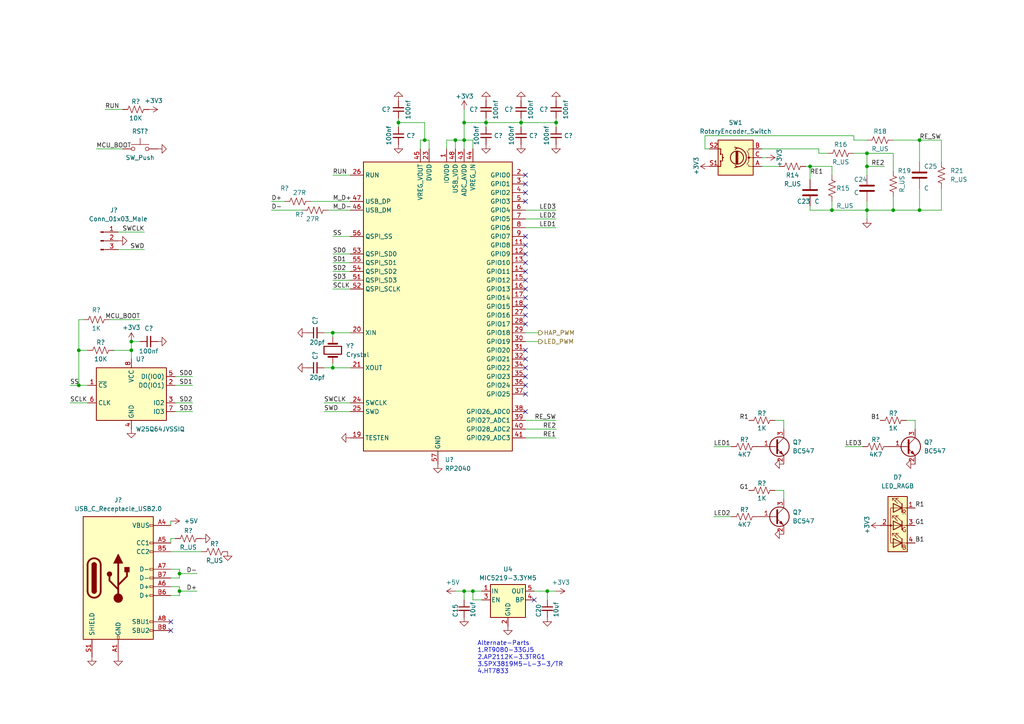
<source format=kicad_sch>
(kicad_sch (version 20230121) (generator eeschema)
  (paper "A4")
  (lib_symbols
    (symbol "Connector:Conn_01x03_Male" (pin_names (offset 1.016) hide)
      (property "Reference" "J" (at 0 5.08 0))
      (property "Value" "Conn_01x03_Male" (at 0 -5.08 0))
      (symbol "Conn_01x03_Male_1_1"
        (pin passive line (at 5.08 2.54 180) (length 3.81) (name "Pin_1") (number "1"))
        (pin passive line (at 5.08 0 180) (length 3.81) (name "Pin_2") (number "2"))
        (pin passive line (at 5.08 -2.54 180) (length 3.81) (name "Pin_3") (number "3"))
      )
    )
    (symbol "Connector:USB_C_Receptacle_USB2.0" (pin_names (offset 1.016))
      (property "Reference" "J" (at -10.16 19.05 0))
      (property "Value" "USB_C_Receptacle_USB2.0" (at 19.05 19.05 0))
      (symbol "USB_C_Receptacle_USB2.0_1_1"
        (pin passive line (at 0 -22.86 90) (length 5.08) (name "GND") (number "A1"))
        (pin passive line (at 0 -22.86 90) (length 5.08) hide (name "GND") (number "A12"))
        (pin passive line (at 15.24 15.24 180) (length 5.08) (name "VBUS") (number "A4"))
        (pin bidirectional line (at 15.24 10.16 180) (length 5.08) (name "CC1") (number "A5"))
        (pin bidirectional line (at 15.24 -2.54 180) (length 5.08) (name "D+") (number "A6"))
        (pin bidirectional line (at 15.24 2.54 180) (length 5.08) (name "D-") (number "A7"))
        (pin bidirectional line (at 15.24 -12.7 180) (length 5.08) (name "SBU1") (number "A8"))
        (pin passive line (at 15.24 15.24 180) (length 5.08) hide (name "VBUS") (number "A9"))
        (pin passive line (at 0 -22.86 90) (length 5.08) hide (name "GND") (number "B1"))
        (pin passive line (at 0 -22.86 90) (length 5.08) hide (name "GND") (number "B12"))
        (pin passive line (at 15.24 15.24 180) (length 5.08) hide (name "VBUS") (number "B4"))
        (pin bidirectional line (at 15.24 7.62 180) (length 5.08) (name "CC2") (number "B5"))
        (pin bidirectional line (at 15.24 -5.08 180) (length 5.08) (name "D+") (number "B6"))
        (pin bidirectional line (at 15.24 0 180) (length 5.08) (name "D-") (number "B7"))
        (pin bidirectional line (at 15.24 -15.24 180) (length 5.08) (name "SBU2") (number "B8"))
        (pin passive line (at 15.24 15.24 180) (length 5.08) hide (name "VBUS") (number "B9"))
        (pin passive line (at -7.62 -22.86 90) (length 5.08) (name "SHIELD") (number "S1"))
      )
    )
    (symbol "Device:C" (pin_numbers hide) (pin_names (offset 0.254))
      (property "Reference" "C" (at 0.635 2.54 0))
      (property "Value" "C" (at 0.635 -2.54 0))
      (symbol "C_1_1"
        (pin passive line (at 0 3.81 270) (length 2.794) (name "~") (number "1"))
        (pin passive line (at 0 -3.81 90) (length 2.794) (name "~") (number "2"))
      )
    )
    (symbol "Device:C_Small" (pin_numbers hide) (pin_names (offset 0.254) hide)
      (property "Reference" "C" (at 0.254 1.778 0))
      (property "Value" "C_Small" (at 0.254 -2.032 0))
      (symbol "C_Small_1_1"
        (pin passive line (at 0 2.54 270) (length 2.032) (name "~") (number "1"))
        (pin passive line (at 0 -2.54 90) (length 2.032) (name "~") (number "2"))
      )
    )
    (symbol "Device:Crystal" (pin_numbers hide) (pin_names (offset 1.016) hide)
      (property "Reference" "Y" (at 0 3.81 0))
      (property "Value" "Crystal" (at 0 -3.81 0))
      (symbol "Crystal_1_1"
        (pin passive line (at -3.81 0 0) (length 1.27) (name "1") (number "1"))
        (pin passive line (at 3.81 0 180) (length 1.27) (name "2") (number "2"))
      )
    )
    (symbol "Device:LED_RAGB" (pin_names (offset 0) hide)
      (property "Reference" "D" (at 0 9.398 0))
      (property "Value" "LED_RAGB" (at 0 -8.89 0))
      (symbol "LED_RAGB_0_0"
        (text "B" (at -1.905 -6.35 0) (effects (font (size 1.27 1.27))))
        (text "G" (at -1.905 -1.27 0) (effects (font (size 1.27 1.27))))
        (text "R" (at -1.905 3.81 0) (effects (font (size 1.27 1.27))))
      )
      (symbol "LED_RAGB_1_1"
        (pin passive line (at -5.08 5.08 0) (length 2.54) (name "RK") (number "1"))
        (pin passive line (at 5.08 0 180) (length 2.54) (name "A") (number "2"))
        (pin passive line (at -5.08 0 0) (length 2.54) (name "GK") (number "3"))
        (pin passive line (at -5.08 -5.08 0) (length 2.54) (name "BK") (number "4"))
      )
    )
    (symbol "Device:R_US" (pin_numbers hide) (pin_names (offset 0))
      (property "Reference" "R" (at 2.54 0 90))
      (property "Value" "R_US" (at -2.54 0 90))
      (symbol "R_US_1_1"
        (pin passive line (at 0 3.81 270) (length 1.27) (name "~") (number "1"))
        (pin passive line (at 0 -3.81 90) (length 1.27) (name "~") (number "2"))
      )
    )
    (symbol "Device:RotaryEncoder_Switch" (pin_names (offset 0.254) hide)
      (property "Reference" "SW" (at 0 6.604 0))
      (property "Value" "RotaryEncoder_Switch" (at 0 -6.604 0))
      (symbol "RotaryEncoder_Switch_1_1"
        (pin passive line (at -7.62 2.54 0) (length 2.54) (name "A") (number "A"))
        (pin passive line (at -7.62 -2.54 0) (length 2.54) (name "B") (number "B"))
        (pin passive line (at -7.62 0 0) (length 2.54) (name "C") (number "C"))
        (pin passive line (at 7.62 2.54 180) (length 2.54) (name "S1") (number "S1"))
        (pin passive line (at 7.62 -2.54 180) (length 2.54) (name "S2") (number "S2"))
      )
    )
    (symbol "MCU_RaspberryPi:RP2040"
      (property "Reference" "U" (at 17.78 45.72 0))
      (property "Value" "RP2040" (at 17.78 43.18 0))
      (symbol "RP2040_1_1"
        (pin power_in line (at 2.54 45.72 270) (length 3.81) (name "IOVDD") (number "1"))
        (pin passive line (at 2.54 45.72 270) (length 3.81) hide (name "IOVDD") (number "10"))
        (pin bidirectional line (at 25.4 17.78 180) (length 3.81) (name "GPIO8") (number "11"))
        (pin bidirectional line (at 25.4 15.24 180) (length 3.81) (name "GPIO9") (number "12"))
        (pin bidirectional line (at 25.4 12.7 180) (length 3.81) (name "GPIO10") (number "13"))
        (pin bidirectional line (at 25.4 10.16 180) (length 3.81) (name "GPIO11") (number "14"))
        (pin bidirectional line (at 25.4 7.62 180) (length 3.81) (name "GPIO12") (number "15"))
        (pin bidirectional line (at 25.4 5.08 180) (length 3.81) (name "GPIO13") (number "16"))
        (pin bidirectional line (at 25.4 2.54 180) (length 3.81) (name "GPIO14") (number "17"))
        (pin bidirectional line (at 25.4 0 180) (length 3.81) (name "GPIO15") (number "18"))
        (pin input line (at -25.4 -38.1 0) (length 3.81) (name "TESTEN") (number "19"))
        (pin bidirectional line (at 25.4 38.1 180) (length 3.81) (name "GPIO0") (number "2"))
        (pin input line (at -25.4 -7.62 0) (length 3.81) (name "XIN") (number "20"))
        (pin passive line (at -25.4 -17.78 0) (length 3.81) (name "XOUT") (number "21"))
        (pin passive line (at 2.54 45.72 270) (length 3.81) hide (name "IOVDD") (number "22"))
        (pin power_in line (at -2.54 45.72 270) (length 3.81) (name "DVDD") (number "23"))
        (pin output line (at -25.4 -27.94 0) (length 3.81) (name "SWCLK") (number "24"))
        (pin bidirectional line (at -25.4 -30.48 0) (length 3.81) (name "SWD") (number "25"))
        (pin input line (at -25.4 38.1 0) (length 3.81) (name "RUN") (number "26"))
        (pin bidirectional line (at 25.4 -2.54 180) (length 3.81) (name "GPIO16") (number "27"))
        (pin bidirectional line (at 25.4 -5.08 180) (length 3.81) (name "GPIO17") (number "28"))
        (pin bidirectional line (at 25.4 -7.62 180) (length 3.81) (name "GPIO18") (number "29"))
        (pin bidirectional line (at 25.4 35.56 180) (length 3.81) (name "GPIO1") (number "3"))
        (pin bidirectional line (at 25.4 -10.16 180) (length 3.81) (name "GPIO19") (number "30"))
        (pin bidirectional line (at 25.4 -12.7 180) (length 3.81) (name "GPIO20") (number "31"))
        (pin bidirectional line (at 25.4 -15.24 180) (length 3.81) (name "GPIO21") (number "32"))
        (pin passive line (at 2.54 45.72 270) (length 3.81) hide (name "IOVDD") (number "33"))
        (pin bidirectional line (at 25.4 -17.78 180) (length 3.81) (name "GPIO22") (number "34"))
        (pin bidirectional line (at 25.4 -20.32 180) (length 3.81) (name "GPIO23") (number "35"))
        (pin bidirectional line (at 25.4 -22.86 180) (length 3.81) (name "GPIO24") (number "36"))
        (pin bidirectional line (at 25.4 -25.4 180) (length 3.81) (name "GPIO25") (number "37"))
        (pin bidirectional line (at 25.4 -30.48 180) (length 3.81) (name "GPIO26_ADC0") (number "38"))
        (pin bidirectional line (at 25.4 -33.02 180) (length 3.81) (name "GPIO27_ADC1") (number "39"))
        (pin bidirectional line (at 25.4 33.02 180) (length 3.81) (name "GPIO2") (number "4"))
        (pin bidirectional line (at 25.4 -35.56 180) (length 3.81) (name "GPIO28_ADC2") (number "40"))
        (pin bidirectional line (at 25.4 -38.1 180) (length 3.81) (name "GPIO29_ADC3") (number "41"))
        (pin passive line (at 2.54 45.72 270) (length 3.81) hide (name "IOVDD") (number "42"))
        (pin power_in line (at 7.62 45.72 270) (length 3.81) (name "ADC_AVDD") (number "43"))
        (pin power_in line (at 10.16 45.72 270) (length 3.81) (name "VREG_IN") (number "44"))
        (pin power_out line (at -5.08 45.72 270) (length 3.81) (name "VREG_VOUT") (number "45"))
        (pin bidirectional line (at -25.4 27.94 0) (length 3.81) (name "USB_DM") (number "46"))
        (pin bidirectional line (at -25.4 30.48 0) (length 3.81) (name "USB_DP") (number "47"))
        (pin power_in line (at 5.08 45.72 270) (length 3.81) (name "USB_VDD") (number "48"))
        (pin passive line (at 2.54 45.72 270) (length 3.81) hide (name "IOVDD") (number "49"))
        (pin bidirectional line (at 25.4 30.48 180) (length 3.81) (name "GPIO3") (number "5"))
        (pin passive line (at -2.54 45.72 270) (length 3.81) hide (name "DVDD") (number "50"))
        (pin bidirectional line (at -25.4 7.62 0) (length 3.81) (name "QSPI_SD3") (number "51"))
        (pin output line (at -25.4 5.08 0) (length 3.81) (name "QSPI_SCLK") (number "52"))
        (pin bidirectional line (at -25.4 15.24 0) (length 3.81) (name "QSPI_SD0") (number "53"))
        (pin bidirectional line (at -25.4 10.16 0) (length 3.81) (name "QSPI_SD2") (number "54"))
        (pin bidirectional line (at -25.4 12.7 0) (length 3.81) (name "QSPI_SD1") (number "55"))
        (pin bidirectional line (at -25.4 20.32 0) (length 3.81) (name "QSPI_SS") (number "56"))
        (pin power_in line (at 0 -45.72 90) (length 3.81) (name "GND") (number "57"))
        (pin bidirectional line (at 25.4 27.94 180) (length 3.81) (name "GPIO4") (number "6"))
        (pin bidirectional line (at 25.4 25.4 180) (length 3.81) (name "GPIO5") (number "7"))
        (pin bidirectional line (at 25.4 22.86 180) (length 3.81) (name "GPIO6") (number "8"))
        (pin bidirectional line (at 25.4 20.32 180) (length 3.81) (name "GPIO7") (number "9"))
      )
    )
    (symbol "Memory_Flash:W25Q32JVSS"
      (property "Reference" "U" (at -8.89 8.89 0))
      (property "Value" "W25Q32JVSS" (at 7.62 8.89 0))
      (symbol "W25Q32JVSS_1_1"
        (pin input line (at -12.7 2.54 0) (length 2.54) (name "~{CS}") (number "1"))
        (pin bidirectional line (at 12.7 2.54 180) (length 2.54) (name "DO(IO1)") (number "2"))
        (pin bidirectional line (at 12.7 -2.54 180) (length 2.54) (name "IO2") (number "3"))
        (pin power_in line (at 0 -10.16 90) (length 2.54) (name "GND") (number "4"))
        (pin bidirectional line (at 12.7 5.08 180) (length 2.54) (name "DI(IO0)") (number "5"))
        (pin input line (at -12.7 -2.54 0) (length 2.54) (name "CLK") (number "6"))
        (pin bidirectional line (at 12.7 -5.08 180) (length 2.54) (name "IO3") (number "7"))
        (pin power_in line (at 0 10.16 270) (length 2.54) (name "VCC") (number "8"))
      )
    )
    (symbol "Mosfet:BJT" (pin_names (offset 0) hide)
      (property "Reference" "Q" (at 5.08 1.905 0))
      (property "Value" "BJT" (at 5.08 0 0))
      (symbol "BJT_1_1"
        (pin input line (at -5.08 0 0) (length 5.08) (name "B") (number "1"))
        (pin passive line (at 2.54 -5.08 90) (length 2.54) (name "E") (number "2"))
        (pin passive line (at 2.54 5.08 270) (length 2.54) (name "C") (number "3"))
      )
    )
    (symbol "Regulator_Linear:MIC5219-3.3YM5" (pin_names (offset 0.254))
      (property "Reference" "U" (at -3.81 5.715 0))
      (property "Value" "MIC5219-3.3YM5" (at 0 5.715 0))
      (symbol "MIC5219-3.3YM5_1_1"
        (pin power_in line (at -7.62 2.54 0) (length 2.54) (name "IN") (number "1"))
        (pin power_in line (at 0 -7.62 90) (length 2.54) (name "GND") (number "2"))
        (pin input line (at -7.62 0 0) (length 2.54) (name "EN") (number "3"))
        (pin input line (at 7.62 0 180) (length 2.54) (name "BP") (number "4"))
        (pin power_out line (at 7.62 2.54 180) (length 2.54) (name "OUT") (number "5"))
      )
    )
    (symbol "Switch:SW_Push" (pin_numbers hide) (pin_names (offset 1.016) hide)
      (property "Reference" "SW" (at 1.27 2.54 0))
      (property "Value" "SW_Push" (at 0 -1.524 0))
      (symbol "SW_Push_0_1"
        (pin passive line (at -5.08 0 0) (length 2.54) (name "1") (number "1"))
        (pin passive line (at 5.08 0 180) (length 2.54) (name "2") (number "2"))
      )
    )
    (symbol "power:+3V3" (power) (pin_names (offset 0))
      (property "Value" "+3V3" (at 0 3.556 0))
      (symbol "+3V3_1_1"
        (pin power_in line (at 0 0 90) (length 0) hide (name "+3V3") (number "1"))
      )
    )
    (symbol "power:+5V" (power) (pin_names (offset 0))
      (property "Value" "+5V" (at 0 3.556 0))
      (symbol "+5V_1_1"
        (pin power_in line (at 0 0 90) (length 0) hide (name "+5V") (number "1"))
      )
    )
    (symbol "power:GND" (power) (pin_names (offset 0))
      (property "Value" "GND" (at 0 -3.81 0))
      (symbol "GND_1_1"
        (pin power_in line (at 0 0 270) (length 0) hide (name "GND") (number "1"))
      )
    )
  )
  (junction (at 134.62 35.56))
  (junction (at 123.19 40.64))
  (junction (at 52.07 171.45))
  (junction (at 137.16 171.45))
  (junction (at 251.46 60.96))
  (junction (at 251.46 48.26))
  (junction (at 134.62 171.45))
  (junction (at 115.57 35.56))
  (junction (at 38.1 99.06))
  (junction (at 151.13 35.56))
  (junction (at 22.86 111.76))
  (junction (at 158.75 171.45))
  (junction (at 96.52 106.68))
  (junction (at 266.7 40.64))
  (junction (at 251.46 44.45))
  (junction (at 52.07 166.37))
  (junction (at 259.08 60.96))
  (junction (at 38.1 101.6))
  (junction (at 96.52 96.52))
  (junction (at 161.29 35.56))
  (junction (at 266.7 60.96))
  (junction (at 140.97 35.56))
  (junction (at 22.86 101.6))
  (junction (at 132.08 40.64))
  (junction (at 241.3 60.96))
  (junction (at 134.62 40.64))
  (junction (at 234.95 48.26))
  (no_connect (at 152.4 106.68))
  (no_connect (at 152.4 101.6))
  (no_connect (at 152.4 73.66))
  (no_connect (at 152.4 78.74))
  (no_connect (at 152.4 93.98))
  (no_connect (at 152.4 91.44))
  (no_connect (at 152.4 58.42))
  (no_connect (at 152.4 50.8))
  (no_connect (at 49.53 182.88))
  (no_connect (at 49.53 180.34))
  (no_connect (at 152.4 68.58))
  (no_connect (at 152.4 88.9))
  (no_connect (at 152.4 53.34))
  (no_connect (at 154.94 173.99))
  (no_connect (at 152.4 86.36))
  (no_connect (at 152.4 55.88))
  (no_connect (at 152.4 104.14))
  (no_connect (at 152.4 111.76))
  (no_connect (at 152.4 119.38))
  (no_connect (at 152.4 109.22))
  (no_connect (at 152.4 114.3))
  (no_connect (at 152.4 76.2))
  (no_connect (at 152.4 71.12))
  (no_connect (at 152.4 81.28))
  (no_connect (at 152.4 83.82))
  (wire (pts (xy 259.08 57.15) (xy 259.08 60.96)))
  (wire (pts (xy 134.62 31.75) (xy 134.62 35.56)))
  (wire (pts (xy 251.46 58.42) (xy 251.46 60.96)))
  (wire (pts (xy 227.33 121.92) (xy 227.33 124.46)))
  (wire (pts (xy 115.57 34.29) (xy 115.57 35.56)))
  (wire (pts (xy 30.48 31.75) (xy 35.56 31.75)))
  (wire (pts (xy 96.52 50.8) (xy 101.6 50.8)))
  (wire (pts (xy 52.07 171.45) (xy 52.07 172.72)))
  (wire (pts (xy 22.86 111.76) (xy 25.4 111.76)))
  (wire (pts (xy 20.32 111.76) (xy 22.86 111.76)))
  (wire (pts (xy 96.52 78.74) (xy 101.6 78.74)))
  (wire (pts (xy 220.98 48.26) (xy 226.06 48.26)))
  (wire (pts (xy 137.16 171.45) (xy 139.7 171.45)))
  (wire (pts (xy 224.79 121.92) (xy 227.33 121.92)))
  (wire (pts (xy 151.13 35.56) (xy 161.29 35.56)))
  (wire (pts (xy 158.75 171.45) (xy 158.75 173.99)))
  (wire (pts (xy 241.3 50.8) (xy 241.3 48.26)))
  (wire (pts (xy 49.53 156.21) (xy 50.8 156.21)))
  (wire (pts (xy 137.16 40.64) (xy 134.62 40.64)))
  (wire (pts (xy 121.92 40.64) (xy 123.19 40.64)))
  (wire (pts (xy 204.47 43.18) (xy 205.74 43.18)))
  (wire (pts (xy 115.57 35.56) (xy 123.19 35.56)))
  (wire (pts (xy 134.62 171.45) (xy 137.16 171.45)))
  (wire (pts (xy 93.98 116.84) (xy 101.6 116.84)))
  (wire (pts (xy 161.29 121.92) (xy 152.4 121.92)))
  (wire (pts (xy 93.98 106.68) (xy 96.52 106.68)))
  (wire (pts (xy 50.8 116.84) (xy 55.88 116.84)))
  (wire (pts (xy 220.98 45.72) (xy 222.25 45.72)))
  (wire (pts (xy 96.52 106.68) (xy 101.6 106.68)))
  (wire (pts (xy 52.07 166.37) (xy 57.15 166.37)))
  (wire (pts (xy 227.33 142.24) (xy 227.33 144.78)))
  (wire (pts (xy 266.7 60.96) (xy 273.05 60.96)))
  (wire (pts (xy 33.02 101.6) (xy 38.1 101.6)))
  (wire (pts (xy 161.29 35.56) (xy 161.29 36.83)))
  (wire (pts (xy 52.07 170.18) (xy 52.07 171.45)))
  (wire (pts (xy 251.46 63.5) (xy 251.46 60.96)))
  (wire (pts (xy 134.62 43.18) (xy 134.62 40.64)))
  (wire (pts (xy 266.7 54.61) (xy 266.7 60.96)))
  (wire (pts (xy 266.7 40.64) (xy 266.7 46.99)))
  (wire (pts (xy 93.98 96.52) (xy 96.52 96.52)))
  (wire (pts (xy 78.74 58.42) (xy 82.55 58.42)))
  (wire (pts (xy 234.95 60.96) (xy 241.3 60.96)))
  (wire (pts (xy 50.8 119.38) (xy 55.88 119.38)))
  (wire (pts (xy 262.89 121.92) (xy 265.43 121.92)))
  (wire (pts (xy 132.08 171.45) (xy 134.62 171.45)))
  (wire (pts (xy 251.46 44.45) (xy 251.46 48.26)))
  (wire (pts (xy 24.13 92.71) (xy 22.86 92.71)))
  (wire (pts (xy 251.46 44.45) (xy 247.65 44.45)))
  (wire (pts (xy 241.3 60.96) (xy 251.46 60.96)))
  (wire (pts (xy 134.62 171.45) (xy 134.62 173.99)))
  (wire (pts (xy 151.13 35.56) (xy 151.13 36.83)))
  (wire (pts (xy 247.65 40.64) (xy 251.46 40.64)))
  (wire (pts (xy 38.1 101.6) (xy 38.1 104.14)))
  (wire (pts (xy 134.62 35.56) (xy 140.97 35.56)))
  (wire (pts (xy 129.54 40.64) (xy 132.08 40.64)))
  (wire (pts (xy 96.52 76.2) (xy 101.6 76.2)))
  (wire (pts (xy 140.97 35.56) (xy 151.13 35.56)))
  (wire (pts (xy 234.95 48.26) (xy 234.95 52.07)))
  (wire (pts (xy 95.25 60.96) (xy 101.6 60.96)))
  (wire (pts (xy 207.01 149.86) (xy 212.09 149.86)))
  (wire (pts (xy 204.47 39.37) (xy 204.47 43.18)))
  (wire (pts (xy 96.52 81.28) (xy 101.6 81.28)))
  (wire (pts (xy 134.62 40.64) (xy 132.08 40.64)))
  (wire (pts (xy 96.52 73.66) (xy 101.6 73.66)))
  (wire (pts (xy 49.53 165.1) (xy 52.07 165.1)))
  (wire (pts (xy 247.65 40.64) (xy 247.65 39.37)))
  (wire (pts (xy 140.97 35.56) (xy 140.97 36.83)))
  (wire (pts (xy 237.49 43.18) (xy 237.49 44.45)))
  (wire (pts (xy 256.54 48.26) (xy 251.46 48.26)))
  (wire (pts (xy 266.7 40.64) (xy 273.05 40.64)))
  (wire (pts (xy 152.4 99.06) (xy 156.21 99.06)))
  (wire (pts (xy 50.8 109.22) (xy 55.88 109.22)))
  (wire (pts (xy 137.16 43.18) (xy 137.16 40.64)))
  (wire (pts (xy 237.49 44.45) (xy 240.03 44.45)))
  (wire (pts (xy 34.29 67.31) (xy 41.91 67.31)))
  (wire (pts (xy 50.8 111.76) (xy 55.88 111.76)))
  (wire (pts (xy 27.94 43.18) (xy 35.56 43.18)))
  (wire (pts (xy 121.92 43.18) (xy 121.92 40.64)))
  (wire (pts (xy 96.52 68.58) (xy 101.6 68.58)))
  (wire (pts (xy 49.53 157.48) (xy 49.53 156.21)))
  (wire (pts (xy 123.19 40.64) (xy 124.46 40.64)))
  (wire (pts (xy 40.64 99.06) (xy 38.1 99.06)))
  (wire (pts (xy 90.17 58.42) (xy 101.6 58.42)))
  (wire (pts (xy 78.74 60.96) (xy 87.63 60.96)))
  (wire (pts (xy 49.53 151.13) (xy 49.53 152.4)))
  (wire (pts (xy 139.7 173.99) (xy 137.16 173.99)))
  (wire (pts (xy 161.29 60.96) (xy 152.4 60.96)))
  (wire (pts (xy 22.86 92.71) (xy 22.86 101.6)))
  (wire (pts (xy 161.29 34.29) (xy 161.29 35.56)))
  (wire (pts (xy 273.05 54.61) (xy 273.05 60.96)))
  (wire (pts (xy 96.52 96.52) (xy 96.52 97.79)))
  (wire (pts (xy 38.1 99.06) (xy 38.1 101.6)))
  (wire (pts (xy 49.53 160.02) (xy 58.42 160.02)))
  (wire (pts (xy 52.07 167.64) (xy 49.53 167.64)))
  (wire (pts (xy 237.49 43.18) (xy 220.98 43.18)))
  (wire (pts (xy 259.08 49.53) (xy 259.08 44.45)))
  (wire (pts (xy 34.29 72.39) (xy 41.91 72.39)))
  (wire (pts (xy 273.05 46.99) (xy 273.05 40.64)))
  (wire (pts (xy 241.3 58.42) (xy 241.3 60.96)))
  (wire (pts (xy 140.97 34.29) (xy 140.97 35.56)))
  (wire (pts (xy 158.75 171.45) (xy 161.29 171.45)))
  (wire (pts (xy 129.54 43.18) (xy 129.54 40.64)))
  (wire (pts (xy 266.7 60.96) (xy 259.08 60.96)))
  (wire (pts (xy 251.46 48.26) (xy 251.46 50.8)))
  (wire (pts (xy 152.4 96.52) (xy 156.21 96.52)))
  (wire (pts (xy 52.07 166.37) (xy 52.07 167.64)))
  (wire (pts (xy 52.07 171.45) (xy 57.15 171.45)))
  (wire (pts (xy 233.68 48.26) (xy 234.95 48.26)))
  (wire (pts (xy 161.29 63.5) (xy 152.4 63.5)))
  (wire (pts (xy 259.08 44.45) (xy 251.46 44.45)))
  (wire (pts (xy 161.29 127) (xy 152.4 127)))
  (wire (pts (xy 247.65 39.37) (xy 204.47 39.37)))
  (wire (pts (xy 266.7 40.64) (xy 259.08 40.64)))
  (wire (pts (xy 124.46 40.64) (xy 124.46 43.18)))
  (wire (pts (xy 96.52 106.68) (xy 96.52 105.41)))
  (wire (pts (xy 137.16 173.99) (xy 137.16 171.45)))
  (wire (pts (xy 22.86 101.6) (xy 22.86 111.76)))
  (wire (pts (xy 234.95 60.96) (xy 234.95 59.69)))
  (wire (pts (xy 151.13 34.29) (xy 151.13 35.56)))
  (wire (pts (xy 25.4 101.6) (xy 22.86 101.6)))
  (wire (pts (xy 224.79 142.24) (xy 227.33 142.24)))
  (wire (pts (xy 96.52 96.52) (xy 101.6 96.52)))
  (wire (pts (xy 31.75 92.71) (xy 40.64 92.71)))
  (wire (pts (xy 245.11 129.54) (xy 250.19 129.54)))
  (wire (pts (xy 20.32 116.84) (xy 25.4 116.84)))
  (wire (pts (xy 115.57 35.56) (xy 115.57 36.83)))
  (wire (pts (xy 207.01 129.54) (xy 212.09 129.54)))
  (wire (pts (xy 52.07 165.1) (xy 52.07 166.37)))
  (wire (pts (xy 93.98 119.38) (xy 101.6 119.38)))
  (wire (pts (xy 234.95 48.26) (xy 241.3 48.26)))
  (wire (pts (xy 134.62 35.56) (xy 134.62 40.64)))
  (wire (pts (xy 96.52 83.82) (xy 101.6 83.82)))
  (wire (pts (xy 123.19 35.56) (xy 123.19 40.64)))
  (wire (pts (xy 52.07 172.72) (xy 49.53 172.72)))
  (wire (pts (xy 132.08 40.64) (xy 132.08 43.18)))
  (wire (pts (xy 161.29 66.04) (xy 152.4 66.04)))
  (wire (pts (xy 251.46 60.96) (xy 259.08 60.96)))
  (wire (pts (xy 161.29 124.46) (xy 152.4 124.46)))
  (wire (pts (xy 154.94 171.45) (xy 158.75 171.45)))
  (wire (pts (xy 265.43 121.92) (xy 265.43 124.46)))
  (wire (pts (xy 49.53 170.18) (xy 52.07 170.18)))
  (text "Alternate-Parts\n1.RT9080-33GJ5\n2.AP2112K-3.3TRG1\n3.SPX3819M5-L-3-3/TR\n4.HT7833" (at 138.43 195.58 0) (effects (font (size 1.27 1.27)) (justify left bottom)))
  (label "SS" (at 20.32 111.76 0))
  (label "SD2" (at 96.52 78.74 0))
  (label "RE2" (at 256.54 48.26 180))
  (label "MCU_BOOT" (at 27.94 43.18 0))
  (label "MCU_BOOT" (at 40.64 92.71 180))
  (label "LED2" (at 207.01 149.86 0))
  (label "G1" (at 265.43 152.4 0))
  (label "RUN" (at 30.48 31.75 0))
  (label "RE_SW" (at 266.7 40.64 0))
  (label "SD0" (at 96.52 73.66 0))
  (label "SD1" (at 55.88 111.76 180))
  (label "D-" (at 78.74 60.96 0))
  (label "M_D+" (at 96.52 58.42 0))
  (label "RE1" (at 161.29 127 180))
  (label "B1" (at 265.43 157.48 0))
  (label "SWCLK" (at 41.91 67.31 180))
  (label "D+" (at 57.15 171.45 180))
  (label "D-" (at 57.15 166.37 180))
  (label "M_D-" (at 96.52 60.96 0))
  (label "G1" (at 217.17 142.24 180))
  (label "B1" (at 255.27 121.92 180))
  (label "RUN" (at 96.52 50.8 0))
  (label "SD0" (at 55.88 109.22 180))
  (label "SS" (at 96.52 68.58 0))
  (label "LED3" (at 161.29 60.96 180))
  (label "SWD" (at 41.91 72.39 180))
  (label "R1" (at 217.17 121.92 180))
  (label "LED1" (at 161.29 66.04 180))
  (label "SD3" (at 55.88 119.38 180))
  (label "SCLK" (at 96.52 83.82 0))
  (label "LED3" (at 245.11 129.54 0))
  (label "LED1" (at 207.01 129.54 0))
  (label "D+" (at 78.74 58.42 0))
  (label "R1" (at 265.43 147.32 0))
  (label "SD1" (at 96.52 76.2 0))
  (label "SD3" (at 96.52 81.28 0))
  (label "RE_SW" (at 161.29 121.92 180))
  (label "LED2" (at 161.29 63.5 180))
  (label "SWD" (at 93.98 119.38 0))
  (label "SD2" (at 55.88 116.84 180))
  (label "SCLK" (at 20.32 116.84 0))
  (label "SWCLK" (at 93.98 116.84 0))
  (label "RE2" (at 161.29 124.46 180))
  (label "RE1" (at 234.95 50.8 0))
  (hierarchical_label "HAP_PWM" (shape output) (at 156.21 96.52 0))
  (hierarchical_label "LED_PWM" (shape output) (at 156.21 99.06 0))
  (symbol (lib_id "power:GND") (at 127 134.62 0) (unit 1)
    (property "Reference" "#PWR?" (effects hide))
    (property "Value" "GND" (effects hide))
    (instances (project "V2_Main" (path "" (reference "#PWR?") (unit 1))) (project "V3_Main" (path "" (reference "#PWR?") (unit 1))) (project "Light-CC" (path "" (reference "#PWR029") (unit 1))) (project "V1_Main" (path "" (reference "#PWR?") (unit 1))))
  )
  (symbol (lib_id "power:GND") (at 45.72 99.06 90) (unit 1)
    (property "Reference" "#PWR?" (effects hide))
    (property "Value" "GND" (effects hide))
    (instances (project "V2_Main" (path "" (reference "#PWR?") (unit 1))) (project "V3_Main" (path "" (reference "#PWR?") (unit 1))) (project "Light-CC" (path "" (reference "#PWR020") (unit 1))) (project "V1_Main" (path "" (reference "#PWR?") (unit 1))))
  )
  (symbol (lib_id "power:GND") (at 161.29 29.21 180) (unit 1)
    (property "Reference" "#PWR?" (effects hide))
    (property "Value" "GND" (effects hide))
    (instances (project "V2_Main" (path "" (reference "#PWR?") (unit 1))) (project "V3_Main" (path "" (reference "#PWR?") (unit 1))) (project "Light-CC" (path "" (reference "#PWR039") (unit 1))) (project "V1_Main" (path "" (reference "#PWR?") (unit 1))))
  )
  (symbol (lib_id "Device:R_US") (at 241.3 54.61 0) (unit 1)
    (property "Reference" "R15" (at 242.57 54.61 0) (effects (justify left)))
    (property "Value" "R_US" (at 242.57 59.69 0) (effects (justify left)))
    (property "Footprint" "Resistor_SMD:R_0603_1608Metric" (effects hide))
  )
  (symbol (lib_id "Device:C") (at 266.7 50.8 0) (unit 1)
    (property "Reference" "C25" (at 267.97 48.26 0) (effects (justify left)))
    (property "Value" "C" (at 267.97 54.61 0) (effects (justify left)))
    (property "Footprint" "Capacitor_SMD:C_0603_1608Metric" (effects hide))
  )
  (symbol (lib_id "Device:R_US") (at 273.05 50.8 0) (unit 1)
    (property "Reference" "R21" (at 275.59 49.53 0) (effects (justify left)))
    (property "Value" "R_US" (at 275.59 52.07 0) (effects (justify left)))
    (property "Footprint" "Resistor_SMD:R_0603_1608Metric" (effects hide))
  )
  (symbol (lib_id "power:GND") (at 265.43 134.62 270) (unit 1)
    (property "Reference" "#PWR?" (effects hide))
    (property "Value" "GND" (effects hide))
    (instances (project "V2_Main" (path "" (reference "#PWR?") (unit 1)) (path "" (reference "#PWR?") (unit 1))) (project "V3_Main" (path "" (reference "#PWR?") (unit 1))) (project "Light-CC" (path "" (reference "#PWR048") (unit 1))) (project "V1_Main" (path "" (reference "#PWR?") (unit 1))))
  )
  (symbol (lib_id "Device:R_US") (at 220.98 121.92 90) (unit 1)
    (property "Reference" "R?" (at 220.98 119.888 90))
    (property "Value" "1K" (at 220.98 124.206 90))
    (property "Footprint" "Resistor_SMD:R_0603_1608Metric" (effects hide))
    (instances (project "V2_Main" (path "" (reference "R?") (unit 1)) (path "" (reference "R?") (unit 1))) (project "V3_Main" (path "" (reference "R?") (unit 1))) (project "Light-CC" (path "" (reference "R12") (unit 1))) (project "V1_Main" (path "" (reference "R?") (unit 1))))
  )
  (symbol (lib_id "power:GND") (at 134.62 179.07 0) (unit 1)
    (property "Reference" "#PWR032" (effects hide))
    (property "Value" "GND" (effects hide))
  )
  (symbol (lib_id "Device:C_Small") (at 140.97 31.75 180) (unit 1)
    (property "Reference" "C?" (at 138.684 31.75 0) (effects (justify left)))
    (property "Value" "100nf" (at 143.764 28.956 90) (effects (justify left)))
    (property "Footprint" "Capacitor_SMD:C_0603_1608Metric" (effects hide))
    (instances (project "V2_Main" (path "" (reference "C?") (unit 1))) (project "V3_Main" (path "" (reference "C?") (unit 1))) (project "Light-CC" (path "" (reference "C16") (unit 1))) (project "V1_Main" (path "" (reference "C?") (unit 1))))
  )
  (symbol (lib_id "power:GND") (at 227.33 134.62 270) (unit 1)
    (property "Reference" "#PWR?" (effects hide))
    (property "Value" "GND" (effects hide))
    (instances (project "V2_Main" (path "" (reference "#PWR?") (unit 1)) (path "" (reference "#PWR?") (unit 1))) (project "V3_Main" (path "" (reference "#PWR?") (unit 1))) (project "Light-CC" (path "" (reference "#PWR044") (unit 1))) (project "V1_Main" (path "" (reference "#PWR?") (unit 1))))
  )
  (symbol (lib_id "Device:R_US") (at 91.44 60.96 90) (unit 1)
    (property "Reference" "R?" (at 86.868 62.23 90))
    (property "Value" "27R" (at 90.678 63.5 90))
    (property "Footprint" "Resistor_SMD:R_0603_1608Metric" (effects hide))
    (instances (project "V2_Main" (path "" (reference "R?") (unit 1))) (project "V3_Main" (path "" (reference "R?") (unit 1))) (project "Light-CC" (path "" (reference "R9") (unit 1))) (project "V1_Main" (path "" (reference "R?") (unit 1))))
  )
  (symbol (lib_id "Device:RotaryEncoder_Switch") (at 213.36 45.72 180) (unit 1)
    (property "Reference" "SW1" (at 213.36 35.56 0))
    (property "Value" "RotaryEncoder_Switch" (at 213.36 38.1 0))
    (property "Footprint" "Rotary_Encoder:RotaryEncoder_Alps_EC12E-Switch_Vertical_H20mm" (effects hide))
  )
  (symbol (lib_id "Device:C") (at 251.46 54.61 0) (unit 1)
    (property "Reference" "C24" (at 247.65 52.07 0) (effects (justify left)))
    (property "Value" "C" (at 247.65 55.88 0) (effects (justify left)))
    (property "Footprint" "Capacitor_SMD:C_0603_1608Metric" (effects hide))
  )
  (symbol (lib_id "Device:R_US") (at 259.08 121.92 90) (unit 1)
    (property "Reference" "R?" (at 259.08 119.888 90))
    (property "Value" "1K" (at 259.08 124.206 90))
    (property "Footprint" "Resistor_SMD:R_0603_1608Metric" (effects hide))
    (instances (project "V2_Main" (path "" (reference "R?") (unit 1)) (path "" (reference "R?") (unit 1))) (project "V3_Main" (path "" (reference "R?") (unit 1))) (project "Light-CC" (path "" (reference "R20") (unit 1))) (project "V1_Main" (path "" (reference "R?") (unit 1))))
  )
  (symbol (lib_id "Device:C_Small") (at 115.57 31.75 180) (unit 1)
    (property "Reference" "C?" (at 113.284 31.75 0) (effects (justify left)))
    (property "Value" "100nf" (at 118.364 28.956 90) (effects (justify left)))
    (property "Footprint" "Capacitor_SMD:C_0603_1608Metric" (effects hide))
    (instances (project "V2_Main" (path "" (reference "C?") (unit 1))) (project "V3_Main" (path "" (reference "C?") (unit 1))) (project "Light-CC" (path "" (reference "C13") (unit 1))) (project "V1_Main" (path "" (reference "C?") (unit 1))))
  )
  (symbol (lib_id "Device:C_Small") (at 151.13 39.37 0) (unit 1)
    (property "Reference" "C?" (at 153.416 39.37 0) (effects (justify left)))
    (property "Value" "100nf" (at 148.336 42.164 90) (effects (justify left)))
    (property "Footprint" "Capacitor_SMD:C_0603_1608Metric" (effects hide))
    (instances (project "V2_Main" (path "" (reference "C?") (unit 1))) (project "V3_Main" (path "" (reference "C?") (unit 1))) (project "Light-CC" (path "" (reference "C19") (unit 1))) (project "V1_Main" (path "" (reference "C?") (unit 1))))
  )
  (symbol (lib_id "Memory_Flash:W25Q32JVSS") (at 38.1 114.3 0) (unit 1)
    (property "Reference" "U?" (at 39.37 104.14 0) (effects (justify left)))
    (property "Value" "W25Q64JVSSIQ" (at 39.37 124.46 0) (effects (justify left)))
    (property "Footprint" "Package_SO:SOIC-8_5.23x5.23mm_P1.27mm" (effects hide))
    (property "Datasheet" "https://www.ktron.in/wp-content/uploads/2021/04/KSTI0786-W25Q64JVSSIQ-Datasheet.pdf" (effects hide))
    (instances (project "V2_Main" (path "" (reference "U?") (unit 1))) (project "V3_Main" (path "" (reference "U?") (unit 1))) (project "Light-CC" (path "" (reference "U2") (unit 1))) (project "V1_Main" (path "" (reference "U?") (unit 1))))
  )
  (symbol (lib_id "Regulator_Linear:MIC5219-3.3YM5") (at 147.32 173.99 0) (unit 1)
    (property "Reference" "U4" (at 147.32 165.1 0))
    (property "Value" "MIC5219-3.3YM5" (at 147.32 167.64 0))
    (property "Footprint" "Package_TO_SOT_SMD:SOT-23-5" (effects hide))
    (property "Datasheet" "http://ww1.microchip.com/downloads/en/DeviceDoc/MIC5219-500mA-Peak-Output-LDO-Regulator-DS20006021A.pdf" (effects hide))
  )
  (symbol (lib_id "MCU_RaspberryPi:RP2040") (at 127 88.9 0) (unit 1)
    (property "Reference" "U?" (at 129.0194 133.35 0) (effects (justify left)))
    (property "Value" "RP2040" (at 129.0194 135.89 0) (effects (justify left)))
    (property "Footprint" "Package_DFN_QFN:QFN-56-1EP_7x7mm_P0.4mm_EP3.2x3.2mm" (effects hide))
    (property "Datasheet" "https://datasheets.raspberrypi.com/rp2040/rp2040-datasheet.pdf" (effects hide))
    (instances (project "V2_Main" (path "" (reference "U?") (unit 1))) (project "V3_Main" (path "" (reference "U?") (unit 1))) (project "Light-CC" (path "" (reference "U3") (unit 1))) (project "V1_Main" (path "" (reference "U?") (unit 1))))
  )
  (symbol (lib_id "Mosfet:BJT") (at 224.79 149.86 0) (unit 1)
    (property "Reference" "Q?" (at 229.87 148.5899 0) (effects (justify left)))
    (property "Value" "BC547" (at 229.87 151.1299 0) (effects (justify left)))
    (property "Footprint" "Package_TO_SOT_SMD:SOT-23" (effects hide))
    (instances (project "V2_Main" (path "" (reference "Q?") (unit 1)) (path "" (reference "Q?") (unit 1))) (project "V3_Main" (path "" (reference "Q?") (unit 1))) (project "Light-CC" (path "" (reference "Q5") (unit 1))) (project "V1_Main" (path "" (reference "Q?") (unit 1))))
  )
  (symbol (lib_id "power:+3V3") (at 255.27 152.4 90) (unit 1)
    (property "Reference" "#PWR?" (effects hide))
    (property "Value" "+3V3" (at 251.46 154.94 0) (effects (justify left)))
    (instances (project "V2_Main" (path "" (reference "#PWR?") (unit 1))) (project "V3_Main" (path "" (reference "#PWR?") (unit 1))) (project "Light-CC" (path "" (reference "#PWR047") (unit 1))) (project "V1_Main" (path "" (reference "#PWR?") (unit 1))))
  )
  (symbol (lib_id "power:GND") (at 34.29 190.5 0) (unit 1)
    (property "Reference" "#PWR?" (effects hide))
    (property "Value" "GND" (effects hide))
    (instances (project "V2_Main" (path "" (reference "#PWR?") (unit 1))) (project "V3_Main" (path "" (reference "#PWR?") (unit 1))) (project "Light-CC" (path "" (reference "#PWR015") (unit 1))) (project "V1_Main" (path "" (reference "#PWR?") (unit 1))))
  )
  (symbol (lib_id "Device:R_US") (at 255.27 40.64 90) (unit 1)
    (property "Reference" "R18" (at 255.27 38.1 90))
    (property "Value" "R_US" (at 255.27 43.18 90))
    (property "Footprint" "Resistor_SMD:R_0603_1608Metric" (effects hide))
  )
  (symbol (lib_id "power:+3V3") (at 161.29 171.45 270) (unit 1)
    (property "Reference" "#PWR041" (effects hide))
    (property "Value" "+3V3" (at 160.02 168.91 90) (effects (justify left)))
  )
  (symbol (lib_id "Mosfet:BJT") (at 224.79 129.54 0) (unit 1)
    (property "Reference" "Q?" (at 229.87 128.2699 0) (effects (justify left)))
    (property "Value" "BC547" (at 229.87 130.8099 0) (effects (justify left)))
    (property "Footprint" "Package_TO_SOT_SMD:SOT-23" (effects hide))
    (instances (project "V2_Main" (path "" (reference "Q?") (unit 1)) (path "" (reference "Q?") (unit 1))) (project "V3_Main" (path "" (reference "Q?") (unit 1))) (project "Light-CC" (path "" (reference "Q4") (unit 1))) (project "V1_Main" (path "" (reference "Q?") (unit 1))))
  )
  (symbol (lib_id "Device:R_US") (at 27.94 92.71 90) (unit 1)
    (property "Reference" "R?" (at 27.94 89.916 90))
    (property "Value" "1K" (at 27.94 95.25 90))
    (property "Footprint" "Resistor_SMD:R_0603_1608Metric" (effects hide))
    (instances (project "V2_Main" (path "" (reference "R?") (unit 1))) (project "V3_Main" (path "" (reference "R?") (unit 1))) (project "Light-CC" (path "" (reference "R3") (unit 1))) (project "V1_Main" (path "" (reference "R?") (unit 1))))
  )
  (symbol (lib_id "Device:R_US") (at 220.98 142.24 90) (unit 1)
    (property "Reference" "R?" (at 220.98 140.208 90))
    (property "Value" "1K" (at 220.98 144.526 90))
    (property "Footprint" "Resistor_SMD:R_0603_1608Metric" (effects hide))
    (instances (project "V2_Main" (path "" (reference "R?") (unit 1)) (path "" (reference "R?") (unit 1))) (project "V3_Main" (path "" (reference "R?") (unit 1))) (project "Light-CC" (path "" (reference "R13") (unit 1))) (project "V1_Main" (path "" (reference "R?") (unit 1))))
  )
  (symbol (lib_id "Device:R_US") (at 29.21 101.6 90) (unit 1)
    (property "Reference" "R?" (at 29.21 99.314 90))
    (property "Value" "10K" (at 29.21 104.14 90))
    (property "Footprint" "Resistor_SMD:R_0603_1608Metric" (effects hide))
    (instances (project "V2_Main" (path "" (reference "R?") (unit 1))) (project "V3_Main" (path "" (reference "R?") (unit 1))) (project "Light-CC" (path "" (reference "R4") (unit 1))) (project "V1_Main" (path "" (reference "R?") (unit 1))))
  )
  (symbol (lib_id "Device:C_Small") (at 91.44 96.52 90) (unit 1)
    (property "Reference" "C?" (at 91.44 94.234 0) (effects (justify left)))
    (property "Value" "20pf" (at 94.234 99.314 90) (effects (justify left)))
    (property "Footprint" "Capacitor_SMD:C_0603_1608Metric" (effects hide))
    (instances (project "V2_Main" (path "" (reference "C?") (unit 1))) (project "V3_Main" (path "" (reference "C?") (unit 1))) (project "Light-CC" (path "" (reference "C11") (unit 1))) (project "V1_Main" (path "" (reference "C?") (unit 1))))
  )
  (symbol (lib_id "Device:R_US") (at 39.37 31.75 90) (unit 1)
    (property "Reference" "R?" (at 39.37 29.464 90))
    (property "Value" "10K" (at 39.37 34.29 90))
    (property "Footprint" "Resistor_SMD:R_0603_1608Metric" (effects hide))
    (instances (project "V2_Main" (path "" (reference "R?") (unit 1))) (project "V3_Main" (path "" (reference "R?") (unit 1))) (project "Light-CC" (path "" (reference "R5") (unit 1))) (project "V1_Main" (path "" (reference "R?") (unit 1))))
  )
  (symbol (lib_id "power:GND") (at 88.9 96.52 270) (unit 1)
    (property "Reference" "#PWR?" (effects hide))
    (property "Value" "GND" (effects hide))
    (instances (project "V2_Main" (path "" (reference "#PWR?") (unit 1))) (project "V3_Main" (path "" (reference "#PWR?") (unit 1))) (project "Light-CC" (path "" (reference "#PWR024") (unit 1))) (project "V1_Main" (path "" (reference "#PWR?") (unit 1))))
  )
  (symbol (lib_id "power:GND") (at 147.32 181.61 0) (unit 1)
    (property "Reference" "#PWR035" (effects hide))
    (property "Value" "GND" (effects hide))
  )
  (symbol (lib_id "power:GND") (at 34.29 69.85 90) (unit 1)
    (property "Reference" "#PWR?" (effects hide))
    (property "Value" "GND" (effects hide))
    (instances (project "V2_Main" (path "" (reference "#PWR?") (unit 1))) (project "V3_Main" (path "" (reference "#PWR?") (unit 1))) (project "Light-CC" (path "" (reference "#PWR014") (unit 1))) (project "V1_Main" (path "" (reference "#PWR?") (unit 1))))
  )
  (symbol (lib_id "Device:C_Small") (at 151.13 31.75 180) (unit 1)
    (property "Reference" "C?" (at 148.844 31.75 0) (effects (justify left)))
    (property "Value" "100nf" (at 153.924 28.956 90) (effects (justify left)))
    (property "Footprint" "Capacitor_SMD:C_0603_1608Metric" (effects hide))
    (instances (project "V2_Main" (path "" (reference "C?") (unit 1))) (project "V3_Main" (path "" (reference "C?") (unit 1))) (project "Light-CC" (path "" (reference "C18") (unit 1))) (project "V1_Main" (path "" (reference "C?") (unit 1))))
  )
  (symbol (lib_id "power:GND") (at 88.9 106.68 270) (unit 1)
    (property "Reference" "#PWR?" (effects hide))
    (property "Value" "GND" (effects hide))
    (instances (project "V2_Main" (path "" (reference "#PWR?") (unit 1))) (project "V3_Main" (path "" (reference "#PWR?") (unit 1))) (project "Light-CC" (path "" (reference "#PWR025") (unit 1))) (project "V1_Main" (path "" (reference "#PWR?") (unit 1))))
  )
  (symbol (lib_id "power:+3V3") (at 134.62 31.75 0) (unit 1)
    (property "Reference" "#PWR?" (effects hide))
    (property "Value" "+3V3" (at 132.08 27.94 0) (effects (justify left)))
    (instances (project "V2_Main" (path "" (reference "#PWR?") (unit 1))) (project "V3_Main" (path "" (reference "#PWR?") (unit 1))) (project "Light-CC" (path "" (reference "#PWR031") (unit 1))) (project "V1_Main" (path "" (reference "#PWR?") (unit 1))))
  )
  (symbol (lib_id "Device:C") (at 234.95 55.88 0) (unit 1)
    (property "Reference" "C23" (at 231.14 58.42 0) (effects (justify left)))
    (property "Value" "C" (at 236.22 58.42 0) (effects (justify left)))
    (property "Footprint" "Capacitor_SMD:C_0603_1608Metric" (effects hide))
  )
  (symbol (lib_id "power:GND") (at 38.1 124.46 0) (unit 1)
    (property "Reference" "#PWR?" (effects hide))
    (property "Value" "GND" (effects hide))
    (instances (project "V2_Main" (path "" (reference "#PWR?") (unit 1))) (project "V3_Main" (path "" (reference "#PWR?") (unit 1))) (project "Light-CC" (path "" (reference "#PWR017") (unit 1))) (project "V1_Main" (path "" (reference "#PWR?") (unit 1))))
  )
  (symbol (lib_id "Device:C_Small") (at 91.44 106.68 90) (unit 1)
    (property "Reference" "C?" (at 91.44 104.394 0) (effects (justify left)))
    (property "Value" "20pf" (at 94.234 109.474 90) (effects (justify left)))
    (property "Footprint" "Capacitor_SMD:C_0603_1608Metric" (effects hide))
    (instances (project "V2_Main" (path "" (reference "C?") (unit 1))) (project "V3_Main" (path "" (reference "C?") (unit 1))) (project "Light-CC" (path "" (reference "C12") (unit 1))) (project "V1_Main" (path "" (reference "C?") (unit 1))))
  )
  (symbol (lib_id "Device:Crystal") (at 96.52 101.6 90) (unit 1)
    (property "Reference" "Y?" (at 100.33 100.3299 90) (effects (justify right)))
    (property "Value" "Crystal" (at 100.33 102.8699 90) (effects (justify right)))
    (property "Footprint" "Crystal:Crystal_HC49-4H_Vertical" (effects hide))
    (instances (project "V2_Main" (path "" (reference "Y?") (unit 1))) (project "V3_Main" (path "" (reference "Y?") (unit 1))) (project "Light-CC" (path "" (reference "Y1") (unit 1))) (project "V1_Main" (path "" (reference "Y?") (unit 1))))
  )
  (symbol (lib_id "Mosfet:BJT") (at 262.89 129.54 0) (unit 1)
    (property "Reference" "Q?" (at 267.97 128.2699 0) (effects (justify left)))
    (property "Value" "BC547" (at 267.97 130.8099 0) (effects (justify left)))
    (property "Footprint" "Package_TO_SOT_SMD:SOT-23" (effects hide))
    (instances (project "V2_Main" (path "" (reference "Q?") (unit 1)) (path "" (reference "Q?") (unit 1))) (project "V3_Main" (path "" (reference "Q?") (unit 1))) (project "Light-CC" (path "" (reference "Q6") (unit 1))) (project "V1_Main" (path "" (reference "Q?") (unit 1))))
  )
  (symbol (lib_id "Device:R_US") (at 62.23 160.02 90) (unit 1)
    (property "Reference" "R?" (at 62.23 157.734 90))
    (property "Value" "R_US" (at 62.23 162.56 90))
    (property "Footprint" "Resistor_SMD:R_0603_1608Metric" (effects hide))
    (instances (project "V2_Main" (path "" (reference "R?") (unit 1))) (project "V3_Main" (path "" (reference "R?") (unit 1))) (project "Light-CC" (path "" (reference "R7") (unit 1))) (project "V1_Main" (path "" (reference "R?") (unit 1))))
  )
  (symbol (lib_id "power:+5V") (at 49.53 151.13 270) (unit 1)
    (property "Reference" "#PWR?" (effects hide))
    (property "Value" "+5V" (at 53.34 151.1299 90) (effects (justify left)))
    (instances (project "V2_Main" (path "" (reference "#PWR?") (unit 1))) (project "V3_Main" (path "" (reference "#PWR?") (unit 1))) (project "Light-CC" (path "" (reference "#PWR021") (unit 1))) (project "V1_Main" (path "" (reference "#PWR?") (unit 1))))
  )
  (symbol (lib_id "Connector:Conn_01x03_Male") (at 29.21 69.85 0) (unit 1)
    (property "Reference" "J?" (at 33.02 60.96 0))
    (property "Value" "Conn_01x03_Male" (at 34.29 63.5 0))
    (property "Footprint" "Connector_PinHeader_2.54mm:PinHeader_1x03_P2.54mm_Vertical" (effects hide))
    (instances (project "V2_Main" (path "" (reference "J?") (unit 1))) (project "V3_Main" (path "" (reference "DBUG?") (unit 1))) (project "Light-CC" (path "" (reference "J4") (unit 1))) (project "V1_Main" (path "" (reference "J?") (unit 1))))
  )
  (symbol (lib_id "power:GND") (at 140.97 41.91 0) (mirror y) (unit 1)
    (property "Reference" "#PWR?" (effects hide))
    (property "Value" "GND" (effects hide))
    (instances (project "V2_Main" (path "" (reference "#PWR?") (unit 1))) (project "V3_Main" (path "" (reference "#PWR?") (unit 1))) (project "Light-CC" (path "" (reference "#PWR034") (unit 1))) (project "V1_Main" (path "" (reference "#PWR?") (unit 1))))
  )
  (symbol (lib_id "power:GND") (at 45.72 43.18 90) (unit 1)
    (property "Reference" "#PWR?" (effects hide))
    (property "Value" "GND" (effects hide))
    (instances (project "V2_Main" (path "" (reference "#PWR?") (unit 1))) (project "V3_Main" (path "" (reference "#PWR?") (unit 1))) (project "Light-CC" (path "" (reference "#PWR019") (unit 1))) (project "V1_Main" (path "" (reference "#PWR?") (unit 1))))
  )
  (symbol (lib_id "power:GND") (at 158.75 179.07 0) (unit 1)
    (property "Reference" "#PWR038" (effects hide))
    (property "Value" "GND" (effects hide))
  )
  (symbol (lib_id "power:GND") (at 66.04 160.02 0) (unit 1)
    (property "Reference" "#PWR?" (effects hide))
    (property "Value" "GND" (effects hide))
    (instances (project "V2_Main" (path "" (reference "#PWR?") (unit 1))) (project "V3_Main" (path "" (reference "#PWR?") (unit 1))) (project "Light-CC" (path "" (reference "#PWR023") (unit 1))) (project "V1_Main" (path "" (reference "#PWR?") (unit 1))))
  )
  (symbol (lib_id "Device:C_Small") (at 158.75 176.53 0) (unit 1)
    (property "Reference" "C20" (at 156.21 179.07 90) (effects (justify left)))
    (property "Value" "10uf" (at 161.29 179.07 90) (effects (justify left)))
    (property "Footprint" "Capacitor_SMD:C_0805_2012Metric" (effects hide))
  )
  (symbol (lib_id "power:GND") (at 26.67 190.5 0) (unit 1)
    (property "Reference" "#PWR?" (effects hide))
    (property "Value" "GND" (effects hide))
    (instances (project "V2_Main" (path "" (reference "#PWR?") (unit 1))) (project "V3_Main" (path "" (reference "#PWR?") (unit 1))) (project "Light-CC" (path "" (reference "#PWR013") (unit 1))) (project "V1_Main" (path "" (reference "#PWR?") (unit 1))))
  )
  (symbol (lib_id "Device:C_Small") (at 140.97 39.37 0) (unit 1)
    (property "Reference" "C?" (at 143.256 39.37 0) (effects (justify left)))
    (property "Value" "100nf" (at 138.176 42.164 90) (effects (justify left)))
    (property "Footprint" "Capacitor_SMD:C_0603_1608Metric" (effects hide))
    (instances (project "V2_Main" (path "" (reference "C?") (unit 1))) (project "V3_Main" (path "" (reference "C?") (unit 1))) (project "Light-CC" (path "" (reference "C17") (unit 1))) (project "V1_Main" (path "" (reference "C?") (unit 1))))
  )
  (symbol (lib_id "Device:R_US") (at 243.84 44.45 90) (unit 1)
    (property "Reference" "R16" (at 243.84 41.91 90))
    (property "Value" "R_US" (at 243.84 46.99 90))
    (property "Footprint" "Resistor_SMD:R_0603_1608Metric" (effects hide))
  )
  (symbol (lib_id "Device:R_US") (at 254 129.54 90) (unit 1)
    (property "Reference" "R?" (at 254 127.508 90))
    (property "Value" "4K7" (at 254 131.826 90))
    (property "Footprint" "Resistor_SMD:R_0603_1608Metric" (effects hide))
    (instances (project "V2_Main" (path "" (reference "R?") (unit 1)) (path "" (reference "R?") (unit 1))) (project "V3_Main" (path "" (reference "R?") (unit 1))) (project "Light-CC" (path "" (reference "R17") (unit 1))) (project "V1_Main" (path "" (reference "R?") (unit 1))))
  )
  (symbol (lib_id "Device:R_US") (at 229.87 48.26 270) (unit 1)
    (property "Reference" "R14" (at 229.87 50.8 90))
    (property "Value" "R_US" (at 229.87 53.34 90))
    (property "Footprint" "Resistor_SMD:R_0603_1608Metric" (effects hide))
  )
  (symbol (lib_id "power:+3V3") (at 205.74 48.26 90) (unit 1)
    (property "Reference" "#PWR043" (effects hide))
    (property "Value" "+3V3" (at 201.93 50.8 0) (effects (justify left)))
  )
  (symbol (lib_id "power:+3V3") (at 43.18 31.75 270) (unit 1)
    (property "Reference" "#PWR?" (effects hide))
    (property "Value" "+3V3" (at 41.91 29.21 90) (effects (justify left)))
    (instances (project "V2_Main" (path "" (reference "#PWR?") (unit 1))) (project "V3_Main" (path "" (reference "#PWR?") (unit 1))) (project "Light-CC" (path "" (reference "#PWR018") (unit 1))) (project "V1_Main" (path "" (reference "#PWR?") (unit 1))))
  )
  (symbol (lib_id "Device:R_US") (at 215.9 149.86 90) (unit 1)
    (property "Reference" "R?" (at 215.9 147.828 90))
    (property "Value" "4K7" (at 215.9 152.146 90))
    (property "Footprint" "Resistor_SMD:R_0603_1608Metric" (effects hide))
    (instances (project "V2_Main" (path "" (reference "R?") (unit 1)) (path "" (reference "R?") (unit 1))) (project "V3_Main" (path "" (reference "R?") (unit 1))) (project "Light-CC" (path "" (reference "R11") (unit 1))) (project "V1_Main" (path "" (reference "R?") (unit 1))))
  )
  (symbol (lib_id "Device:R_US") (at 259.08 53.34 0) (unit 1)
    (property "Reference" "R19" (at 260.35 49.53 0) (effects (justify left)))
    (property "Value" "R_US" (at 261.62 55.88 90) (effects (justify left)))
    (property "Footprint" "Resistor_SMD:R_0603_1608Metric" (effects hide))
  )
  (symbol (lib_id "Device:C_Small") (at 115.57 39.37 0) (unit 1)
    (property "Reference" "C?" (at 117.856 39.37 0) (effects (justify left)))
    (property "Value" "100nf" (at 112.776 42.164 90) (effects (justify left)))
    (property "Footprint" "Capacitor_SMD:C_0603_1608Metric" (effects hide))
    (instances (project "V2_Main" (path "" (reference "C?") (unit 1))) (project "V3_Main" (path "" (reference "C?") (unit 1))) (project "Light-CC" (path "" (reference "C14") (unit 1))) (project "V1_Main" (path "" (reference "C?") (unit 1))))
  )
  (symbol (lib_id "Device:C_Small") (at 161.29 31.75 180) (unit 1)
    (property "Reference" "C?" (at 159.004 31.75 0) (effects (justify left)))
    (property "Value" "100nf" (at 164.084 28.956 90) (effects (justify left)))
    (property "Footprint" "Capacitor_SMD:C_0603_1608Metric" (effects hide))
    (instances (project "V2_Main" (path "" (reference "C?") (unit 1))) (project "V3_Main" (path "" (reference "C?") (unit 1))) (project "Light-CC" (path "" (reference "C21") (unit 1))) (project "V1_Main" (path "" (reference "C?") (unit 1))))
  )
  (symbol (lib_id "power:GND") (at 115.57 29.21 180) (unit 1)
    (property "Reference" "#PWR?" (effects hide))
    (property "Value" "GND" (effects hide))
    (instances (project "V2_Main" (path "" (reference "#PWR?") (unit 1))) (project "V3_Main" (path "" (reference "#PWR?") (unit 1))) (project "Light-CC" (path "" (reference "#PWR027") (unit 1))) (project "V1_Main" (path "" (reference "#PWR?") (unit 1))))
  )
  (symbol (lib_id "power:GND") (at 161.29 41.91 0) (mirror y) (unit 1)
    (property "Reference" "#PWR?" (effects hide))
    (property "Value" "GND" (effects hide))
    (instances (project "V2_Main" (path "" (reference "#PWR?") (unit 1))) (project "V3_Main" (path "" (reference "#PWR?") (unit 1))) (project "Light-CC" (path "" (reference "#PWR040") (unit 1))) (project "V1_Main" (path "" (reference "#PWR?") (unit 1))))
  )
  (symbol (lib_id "Switch:SW_Push") (at 40.64 43.18 0) (unit 1)
    (property "Reference" "RST?" (at 40.64 38.1 0))
    (property "Value" "SW_Push" (at 40.64 45.72 0))
    (property "Footprint" "Button_Switch_SMD:SW_SPST_SKQG_WithStem" (effects hide))
    (property "Datasheet" "~https://www.ktron.in/product/4x4x1-5mm-smd-tactile-switch/" (effects hide))
    (instances (project "V2_Main" (path "" (reference "RST?") (unit 1))) (project "V3_Main" (path "" (reference "BOOT?") (unit 1))) (project "Light-CC" (path "" (reference "RST1") (unit 1))) (project "V1_Main" (path "" (reference "SW?") (unit 1))))
  )
  (symbol (lib_id "power:GND") (at 58.42 156.21 90) (unit 1)
    (property "Reference" "#PWR?" (effects hide))
    (property "Value" "GND" (effects hide))
    (instances (project "V2_Main" (path "" (reference "#PWR?") (unit 1))) (project "V3_Main" (path "" (reference "#PWR?") (unit 1))) (project "Light-CC" (path "" (reference "#PWR022") (unit 1))) (project "V1_Main" (path "" (reference "#PWR?") (unit 1))))
  )
  (symbol (lib_id "Connector:USB_C_Receptacle_USB2.0") (at 34.29 167.64 0) (unit 1)
    (property "Reference" "J?" (at 34.29 145.034 0))
    (property "Value" "USB_C_Receptacle_USB2.0" (at 34.29 147.574 0))
    (property "Footprint" "USB:USB_C_Receptacle_Palconn_UTC16-G" (effects hide))
    (property "Datasheet" "https://www.usb.org/sites/default/files/documents/usb_type-c.zip" (effects hide))
    (instances (project "V2_Main" (path "" (reference "J?") (unit 1))) (project "V3_Main" (path "" (reference "MCU?") (unit 1))) (project "Light-CC" (path "" (reference "J5") (unit 1))) (project "V1_Main" (path "" (reference "J?") (unit 1))))
  )
  (symbol (lib_id "Device:R_US") (at 54.61 156.21 90) (unit 1)
    (property "Reference" "R?" (at 54.61 153.924 90))
    (property "Value" "R_US" (at 54.61 158.75 90))
    (property "Footprint" "Resistor_SMD:R_0603_1608Metric" (effects hide))
    (instances (project "V2_Main" (path "" (reference "R?") (unit 1))) (project "V3_Main" (path "" (reference "R?") (unit 1))) (project "Light-CC" (path "" (reference "R6") (unit 1))) (project "V1_Main" (path "" (reference "R?") (unit 1))))
  )
  (symbol (lib_id "Device:C_Small") (at 161.29 39.37 0) (unit 1)
    (property "Reference" "C?" (at 163.576 39.37 0) (effects (justify left)))
    (property "Value" "100nf" (at 158.496 42.164 90) (effects (justify left)))
    (property "Footprint" "Capacitor_SMD:C_0603_1608Metric" (effects hide))
    (instances (project "V2_Main" (path "" (reference "C?") (unit 1))) (project "V3_Main" (path "" (reference "C?") (unit 1))) (project "Light-CC" (path "" (reference "C22") (unit 1))) (project "V1_Main" (path "" (reference "C?") (unit 1))))
  )
  (symbol (lib_id "Device:LED_RAGB") (at 260.35 152.4 0) (mirror y) (unit 1)
    (property "Reference" "D?" (at 260.35 138.43 0))
    (property "Value" "LED_RAGB" (at 260.35 140.97 0))
    (property "Footprint" "LED_THT:LED_D5.0mm-4_RGB_Wide_Pins" (effects hide))
    (instances (project "V3_Main" (path "" (reference "D?") (unit 1))) (project "Light-CC" (path "" (reference "D3") (unit 1))) (project "V1_Base" (path "" (reference "D?") (unit 1))) (project "RS485-Ethernet" (path "" (reference "D?") (unit 1))))
  )
  (symbol (lib_id "power:GND") (at 101.6 127 270) (unit 1)
    (property "Reference" "#PWR?" (effects hide))
    (property "Value" "GND" (effects hide))
    (instances (project "V2_Main" (path "" (reference "#PWR?") (unit 1))) (project "V3_Main" (path "" (reference "#PWR?") (unit 1))) (project "Light-CC" (path "" (reference "#PWR026") (unit 1))) (project "V1_Main" (path "" (reference "#PWR?") (unit 1))))
  )
  (symbol (lib_id "power:GND") (at 140.97 29.21 180) (unit 1)
    (property "Reference" "#PWR?" (effects hide))
    (property "Value" "GND" (effects hide))
    (instances (project "V2_Main" (path "" (reference "#PWR?") (unit 1))) (project "V3_Main" (path "" (reference "#PWR?") (unit 1))) (project "Light-CC" (path "" (reference "#PWR033") (unit 1))) (project "V1_Main" (path "" (reference "#PWR?") (unit 1))))
  )
  (symbol (lib_id "power:GND") (at 151.13 29.21 180) (unit 1)
    (property "Reference" "#PWR?" (effects hide))
    (property "Value" "GND" (effects hide))
    (instances (project "V2_Main" (path "" (reference "#PWR?") (unit 1))) (project "V3_Main" (path "" (reference "#PWR?") (unit 1))) (project "Light-CC" (path "" (reference "#PWR036") (unit 1))) (project "V1_Main" (path "" (reference "#PWR?") (unit 1))))
  )
  (symbol (lib_id "power:+3V3") (at 38.1 99.06 0) (unit 1)
    (property "Reference" "#PWR?" (effects hide))
    (property "Value" "+3V3" (at 38.1 94.996 0))
    (instances (project "V2_Main" (path "" (reference "#PWR?") (unit 1))) (project "V3_Main" (path "" (reference "#PWR?") (unit 1))) (project "Light-CC" (path "" (reference "#PWR016") (unit 1))) (project "V1_Main" (path "" (reference "#PWR?") (unit 1))))
  )
  (symbol (lib_id "power:+3V3") (at 222.25 45.72 270) (unit 1)
    (property "Reference" "#PWR?" (effects hide))
    (property "Value" "+3V3" (at 226.06 43.18 0) (effects (justify left)))
    (instances (project "V2_Main" (path "" (reference "#PWR?") (unit 1))) (project "V3_Main" (path "" (reference "#PWR?") (unit 1))) (project "Light-CC" (path "" (reference "#PWR042") (unit 1))) (project "V1_Main" (path "" (reference "#PWR?") (unit 1))))
  )
  (symbol (lib_id "power:GND") (at 227.33 154.94 270) (unit 1)
    (property "Reference" "#PWR?" (effects hide))
    (property "Value" "GND" (effects hide))
    (instances (project "V2_Main" (path "" (reference "#PWR?") (unit 1)) (path "" (reference "#PWR?") (unit 1))) (project "V3_Main" (path "" (reference "#PWR?") (unit 1))) (project "Light-CC" (path "" (reference "#PWR045") (unit 1))) (project "V1_Main" (path "" (reference "#PWR?") (unit 1))))
  )
  (symbol (lib_id "Device:C_Small") (at 134.62 176.53 0) (unit 1)
    (property "Reference" "C15" (at 132.08 179.07 90) (effects (justify left)))
    (property "Value" "10uf" (at 137.16 179.07 90) (effects (justify left)))
    (property "Footprint" "Capacitor_SMD:C_0805_2012Metric" (effects hide))
  )
  (symbol (lib_id "Device:C_Small") (at 43.18 99.06 90) (unit 1)
    (property "Reference" "C?" (at 44.45 95.25 90) (effects (justify left)))
    (property "Value" "100nf" (at 45.974 101.854 90) (effects (justify left)))
    (property "Footprint" "Capacitor_SMD:C_0603_1608Metric" (effects hide))
    (instances (project "V2_Main" (path "" (reference "C?") (unit 1))) (project "V3_Main" (path "" (reference "C?") (unit 1))) (project "Light-CC" (path "" (reference "C10") (unit 1))) (project "V1_Main" (path "" (reference "C?") (unit 1))))
  )
  (symbol (lib_id "power:GND") (at 115.57 41.91 0) (mirror y) (unit 1)
    (property "Reference" "#PWR?" (effects hide))
    (property "Value" "GND" (effects hide))
    (instances (project "V2_Main" (path "" (reference "#PWR?") (unit 1))) (project "V3_Main" (path "" (reference "#PWR?") (unit 1))) (project "Light-CC" (path "" (reference "#PWR028") (unit 1))) (project "V1_Main" (path "" (reference "#PWR?") (unit 1))))
  )
  (symbol (lib_id "power:GND") (at 251.46 63.5 0) (mirror y) (unit 1)
    (property "Reference" "#PWR?" (effects hide))
    (property "Value" "GND" (effects hide))
    (instances (project "V2_Main" (path "" (reference "#PWR?") (unit 1))) (project "V3_Main" (path "" (reference "#PWR?") (unit 1))) (project "Light-CC" (path "" (reference "#PWR046") (unit 1))) (project "V1_Main" (path "" (reference "#PWR?") (unit 1))))
  )
  (symbol (lib_id "power:GND") (at 151.13 41.91 0) (mirror y) (unit 1)
    (property "Reference" "#PWR?" (effects hide))
    (property "Value" "GND" (effects hide))
    (instances (project "V2_Main" (path "" (reference "#PWR?") (unit 1))) (project "V3_Main" (path "" (reference "#PWR?") (unit 1))) (project "Light-CC" (path "" (reference "#PWR037") (unit 1))) (project "V1_Main" (path "" (reference "#PWR?") (unit 1))))
  )
  (symbol (lib_id "Device:R_US") (at 86.36 58.42 90) (unit 1)
    (property "Reference" "R?" (at 82.55 54.61 90))
    (property "Value" "27R" (at 86.868 55.88 90))
    (property "Footprint" "Resistor_SMD:R_0603_1608Metric" (effects hide))
    (instances (project "V2_Main" (path "" (reference "R?") (unit 1))) (project "V3_Main" (path "" (reference "R?") (unit 1))) (project "Light-CC" (path "" (reference "R8") (unit 1))) (project "V1_Main" (path "" (reference "R?") (unit 1))))
  )
  (symbol (lib_id "Device:R_US") (at 215.9 129.54 90) (unit 1)
    (property "Reference" "R?" (at 215.9 127.508 90))
    (property "Value" "4K7" (at 215.9 131.826 90))
    (property "Footprint" "Resistor_SMD:R_0603_1608Metric" (effects hide))
    (instances (project "V2_Main" (path "" (reference "R?") (unit 1)) (path "" (reference "R?") (unit 1))) (project "V3_Main" (path "" (reference "R?") (unit 1))) (project "Light-CC" (path "" (reference "R10") (unit 1))) (project "V1_Main" (path "" (reference "R?") (unit 1))))
  )
  (symbol (lib_id "power:+5V") (at 132.08 171.45 90) (unit 1)
    (property "Reference" "#PWR030" (effects hide))
    (property "Value" "+5V" (at 133.35 168.91 90) (effects (justify left)))
  )
)
</source>
